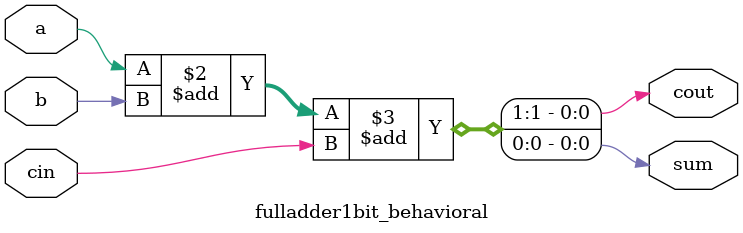
<source format=v>
module fulladder1bit_structural(a, b, cin, sum, cout);
  input a, b, cin;
  output sum, cout;

  wire w1, w2, w3, w4, w5;

  xor (w1, a, b);
  xor (sum, w1, cin);
  and (w2, a, b);
  and (w3, b, cin);
  and (w4, a, cin);
  or  (w5, w2, w3);
  or  (cout, w5, w4);
endmodule

module fulladder1bit_dataflow(a, b, cin, sum, cout);
  input a, b, cin;
  output sum, cout;

  assign sum  = a ^ b ^ cin;
  assign cout = (a & b) | (b & cin) | (a & cin);
endmodule

module fulladder1bit_behavioral(a, b, cin, sum, cout);
  input a, b, cin;
  output reg sum, cout;

  always @ (a or b or cin) begin
    {cout, sum} = a + b + cin;
  end
endmodule




</source>
